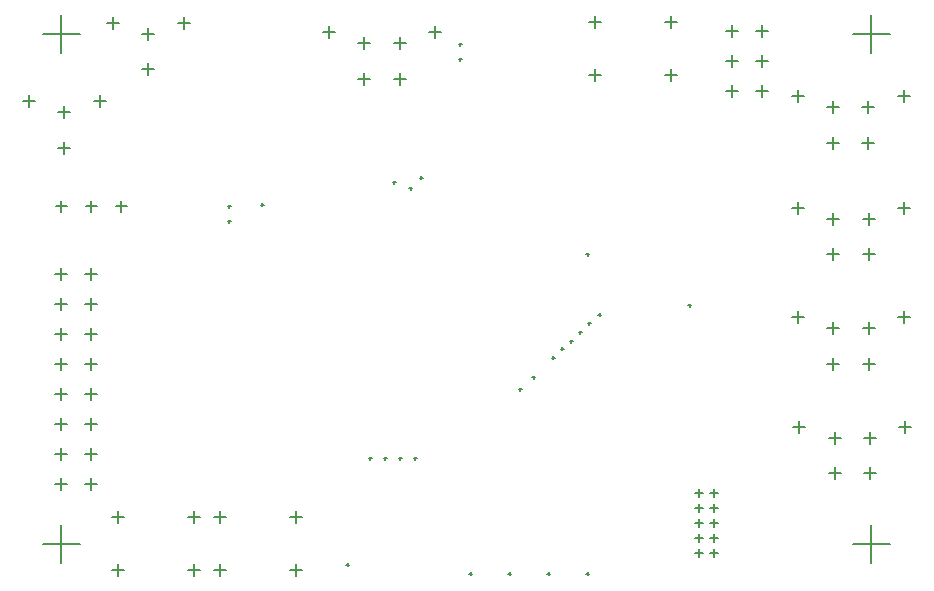
<source format=gbr>
%TF.GenerationSoftware,Altium Limited,Altium Designer,19.1.8 (144)*%
G04 Layer_Color=128*
%FSLAX23Y23*%
%MOIN*%
%TF.FileFunction,Drillmap*%
%TF.Part,Single*%
G01*
G75*
%TA.AperFunction,NonConductor*%
%ADD65C,0.005*%
D65*
X130Y350D02*
X170D01*
X150Y330D02*
Y370D01*
X130Y450D02*
X170D01*
X150Y430D02*
Y470D01*
X130Y550D02*
X170D01*
X150Y530D02*
Y570D01*
X130Y650D02*
X170D01*
X150Y630D02*
Y670D01*
X130Y750D02*
X170D01*
X150Y730D02*
Y770D01*
X130Y850D02*
X170D01*
X150Y830D02*
Y870D01*
X130Y950D02*
X170D01*
X150Y930D02*
Y970D01*
X130Y1050D02*
X170D01*
X150Y1030D02*
Y1070D01*
X230Y350D02*
X270D01*
X250Y330D02*
Y370D01*
X230Y450D02*
X270D01*
X250Y430D02*
Y470D01*
X230Y550D02*
X270D01*
X250Y530D02*
Y570D01*
X230Y650D02*
X270D01*
X250Y630D02*
Y670D01*
X230Y750D02*
X270D01*
X250Y730D02*
Y770D01*
X230Y850D02*
X270D01*
X250Y830D02*
Y870D01*
X230Y950D02*
X270D01*
X250Y930D02*
Y970D01*
X230Y1050D02*
X270D01*
X250Y1030D02*
Y1070D01*
X2311Y120D02*
X2339D01*
X2325Y106D02*
Y134D01*
X2261Y120D02*
X2289D01*
X2275Y106D02*
Y134D01*
X2311Y170D02*
X2339D01*
X2325Y156D02*
Y184D01*
X2261Y170D02*
X2289D01*
X2275Y156D02*
Y184D01*
X2311Y220D02*
X2339D01*
X2325Y206D02*
Y234D01*
X2261Y220D02*
X2289D01*
X2275Y206D02*
Y234D01*
X2311Y270D02*
X2339D01*
X2325Y256D02*
Y284D01*
X2261Y270D02*
X2289D01*
X2275Y256D02*
Y284D01*
X2311Y320D02*
X2339D01*
X2325Y306D02*
Y334D01*
X2261Y320D02*
X2289D01*
X2275Y306D02*
Y334D01*
X1258Y1818D02*
X1298D01*
X1278Y1798D02*
Y1838D01*
X1258Y1700D02*
X1298D01*
X1278Y1680D02*
Y1720D01*
X1140Y1818D02*
X1180D01*
X1160Y1798D02*
Y1838D01*
X1140Y1700D02*
X1180D01*
X1160Y1680D02*
Y1720D01*
X1376Y1855D02*
X1416D01*
X1396Y1835D02*
Y1875D01*
X1022Y1855D02*
X1062D01*
X1042Y1835D02*
Y1875D01*
X913Y61D02*
X952D01*
X933Y42D02*
Y81D01*
X658Y61D02*
X697D01*
X677Y42D02*
Y81D01*
X913Y239D02*
X952D01*
X933Y219D02*
Y258D01*
X658Y239D02*
X697D01*
X677Y219D02*
Y258D01*
X573Y61D02*
X612D01*
X593Y42D02*
Y81D01*
X318Y61D02*
X357D01*
X337Y42D02*
Y81D01*
X573Y239D02*
X612D01*
X593Y219D02*
Y258D01*
X318Y239D02*
X357D01*
X337Y219D02*
Y258D01*
X2365Y1860D02*
X2405D01*
X2385Y1840D02*
Y1880D01*
X2365Y1760D02*
X2405D01*
X2385Y1740D02*
Y1780D01*
X2365Y1660D02*
X2405D01*
X2385Y1640D02*
Y1680D01*
X2465Y1860D02*
X2505D01*
X2485Y1840D02*
Y1880D01*
X2465Y1760D02*
X2505D01*
X2485Y1740D02*
Y1780D01*
X2465Y1660D02*
X2505D01*
X2485Y1640D02*
Y1680D01*
X2163Y1711D02*
X2202D01*
X2183Y1692D02*
Y1731D01*
X1908Y1711D02*
X1947D01*
X1927Y1692D02*
Y1731D01*
X2163Y1889D02*
X2202D01*
X2183Y1869D02*
Y1908D01*
X1908Y1889D02*
X1947D01*
X1927Y1869D02*
Y1908D01*
X420Y1732D02*
X460D01*
X440Y1712D02*
Y1752D01*
X420Y1850D02*
X460D01*
X440Y1830D02*
Y1870D01*
X302Y1887D02*
X342D01*
X322Y1867D02*
Y1907D01*
X538Y1887D02*
X578D01*
X558Y1867D02*
Y1907D01*
X140Y1470D02*
X180D01*
X160Y1450D02*
Y1490D01*
X140Y1588D02*
X180D01*
X160Y1568D02*
Y1608D01*
X22Y1625D02*
X62D01*
X42Y1605D02*
Y1645D01*
X258Y1625D02*
X298D01*
X278Y1605D02*
Y1645D01*
X332Y1275D02*
X368D01*
X350Y1257D02*
Y1293D01*
X232Y1275D02*
X268D01*
X250Y1257D02*
Y1293D01*
X132Y1275D02*
X168D01*
X150Y1257D02*
Y1293D01*
X2589Y540D02*
X2629D01*
X2609Y520D02*
Y560D01*
X2943Y540D02*
X2983D01*
X2963Y520D02*
Y560D01*
X2707Y385D02*
X2747D01*
X2727Y365D02*
Y405D01*
X2707Y503D02*
X2747D01*
X2727Y483D02*
Y523D01*
X2825Y385D02*
X2865D01*
X2845Y365D02*
Y405D01*
X2825Y503D02*
X2865D01*
X2845Y483D02*
Y523D01*
X2585Y905D02*
X2625D01*
X2605Y885D02*
Y925D01*
X2939Y905D02*
X2979D01*
X2959Y885D02*
Y925D01*
X2703Y750D02*
X2743D01*
X2723Y730D02*
Y770D01*
X2703Y868D02*
X2743D01*
X2723Y848D02*
Y888D01*
X2821Y750D02*
X2861D01*
X2841Y730D02*
Y770D01*
X2821Y868D02*
X2861D01*
X2841Y848D02*
Y888D01*
X2585Y1270D02*
X2625D01*
X2605Y1250D02*
Y1290D01*
X2939Y1270D02*
X2979D01*
X2959Y1250D02*
Y1290D01*
X2703Y1115D02*
X2743D01*
X2723Y1095D02*
Y1135D01*
X2703Y1233D02*
X2743D01*
X2723Y1213D02*
Y1253D01*
X2821Y1115D02*
X2861D01*
X2841Y1095D02*
Y1135D01*
X2821Y1233D02*
X2861D01*
X2841Y1213D02*
Y1253D01*
X87Y150D02*
X213D01*
X150Y87D02*
Y213D01*
X2787Y150D02*
X2913D01*
X2850Y87D02*
Y213D01*
X2787Y1850D02*
X2913D01*
X2850Y1787D02*
Y1913D01*
X87Y1850D02*
X213D01*
X150Y1787D02*
Y1913D01*
X2820Y1605D02*
X2860D01*
X2840Y1585D02*
Y1625D01*
X2820Y1487D02*
X2860D01*
X2840Y1467D02*
Y1507D01*
X2702Y1605D02*
X2742D01*
X2722Y1585D02*
Y1625D01*
X2702Y1487D02*
X2742D01*
X2722Y1467D02*
Y1507D01*
X2938Y1642D02*
X2978D01*
X2958Y1622D02*
Y1662D01*
X2584Y1642D02*
X2624D01*
X2604Y1622D02*
Y1662D01*
X1255Y1355D02*
X1265D01*
X1260Y1350D02*
Y1360D01*
X1310Y1335D02*
X1320D01*
X1315Y1330D02*
Y1340D01*
X1100Y80D02*
X1110D01*
X1105Y75D02*
Y85D01*
X1475Y1765D02*
X1485D01*
X1480Y1760D02*
Y1770D01*
X1475Y1815D02*
X1485D01*
X1480Y1810D02*
Y1820D01*
X815Y1280D02*
X825D01*
X820Y1275D02*
Y1285D01*
X1345Y1370D02*
X1355D01*
X1350Y1365D02*
Y1375D01*
X705Y1225D02*
X715D01*
X710Y1220D02*
Y1230D01*
X705Y1275D02*
X715D01*
X710Y1270D02*
Y1280D01*
X1875Y855D02*
X1885D01*
X1880Y850D02*
Y860D01*
X1675Y665D02*
X1685D01*
X1680Y660D02*
Y670D01*
X1815Y800D02*
X1825D01*
X1820Y795D02*
Y805D01*
X1845Y825D02*
X1855D01*
X1850Y820D02*
Y830D01*
X1939Y914D02*
X1949D01*
X1944Y909D02*
Y919D01*
X1905Y885D02*
X1915D01*
X1910Y880D02*
Y890D01*
X1785Y770D02*
X1795D01*
X1790Y765D02*
Y775D01*
X1720Y705D02*
X1730D01*
X1725Y700D02*
Y710D01*
X1900Y50D02*
X1910D01*
X1905Y45D02*
Y55D01*
X1770Y50D02*
X1780D01*
X1775Y45D02*
Y55D01*
X1640Y50D02*
X1650D01*
X1645Y45D02*
Y55D01*
X1510Y50D02*
X1520D01*
X1515Y45D02*
Y55D01*
X1325Y435D02*
X1335D01*
X1330Y430D02*
Y440D01*
X1275Y435D02*
X1285D01*
X1280Y430D02*
Y440D01*
X1225Y435D02*
X1235D01*
X1230Y430D02*
Y440D01*
X1175Y435D02*
X1185D01*
X1180Y430D02*
Y440D01*
X2240Y945D02*
X2250D01*
X2245Y940D02*
Y950D01*
X1900Y1115D02*
X1910D01*
X1905Y1110D02*
Y1120D01*
%TF.MD5,c11dfcd4a1c330ee31b5814200200560*%
M02*

</source>
